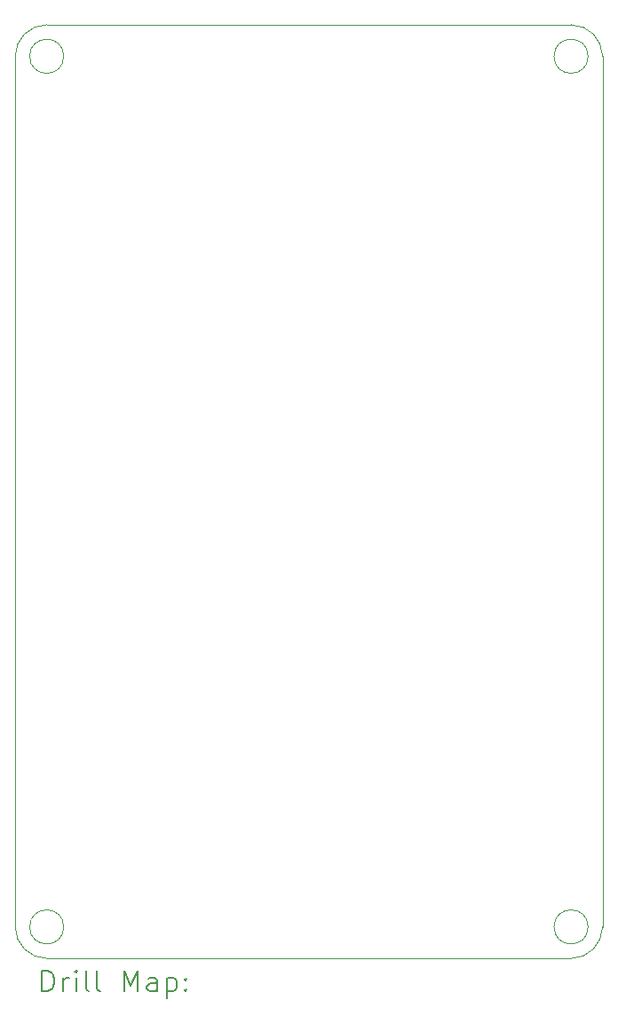
<source format=gbr>
%TF.GenerationSoftware,KiCad,Pcbnew,7.0.9*%
%TF.CreationDate,2023-12-17T20:03:05-08:00*%
%TF.ProjectId,schematic,73636865-6d61-4746-9963-2e6b69636164,rev?*%
%TF.SameCoordinates,Original*%
%TF.FileFunction,Drillmap*%
%TF.FilePolarity,Positive*%
%FSLAX45Y45*%
G04 Gerber Fmt 4.5, Leading zero omitted, Abs format (unit mm)*
G04 Created by KiCad (PCBNEW 7.0.9) date 2023-12-17 20:03:05*
%MOMM*%
%LPD*%
G01*
G04 APERTURE LIST*
%ADD10C,0.100000*%
%ADD11C,0.200000*%
G04 APERTURE END LIST*
D10*
X15462500Y-5100000D02*
G75*
G03*
X15462500Y-5100000I-162500J0D01*
G01*
X10000000Y-13400000D02*
G75*
G03*
X10300000Y-13700000I300000J0D01*
G01*
X15600000Y-5100000D02*
X15600000Y-13400000D01*
X10462500Y-5100000D02*
G75*
G03*
X10462500Y-5100000I-162500J0D01*
G01*
X15300000Y-13700000D02*
X10300000Y-13700000D01*
X10300000Y-4800000D02*
X15300000Y-4800000D01*
X15462500Y-13400000D02*
G75*
G03*
X15462500Y-13400000I-162500J0D01*
G01*
X10462500Y-13400000D02*
G75*
G03*
X10462500Y-13400000I-162500J0D01*
G01*
X15300000Y-13700000D02*
G75*
G03*
X15600000Y-13400000I0J300000D01*
G01*
X10300000Y-4800000D02*
G75*
G03*
X10000000Y-5100000I0J-300000D01*
G01*
X15600000Y-5100000D02*
G75*
G03*
X15300000Y-4800000I-300000J0D01*
G01*
X10000000Y-13400000D02*
X10000000Y-5100000D01*
D11*
X10255777Y-14016484D02*
X10255777Y-13816484D01*
X10255777Y-13816484D02*
X10303396Y-13816484D01*
X10303396Y-13816484D02*
X10331967Y-13826008D01*
X10331967Y-13826008D02*
X10351015Y-13845055D01*
X10351015Y-13845055D02*
X10360539Y-13864103D01*
X10360539Y-13864103D02*
X10370063Y-13902198D01*
X10370063Y-13902198D02*
X10370063Y-13930769D01*
X10370063Y-13930769D02*
X10360539Y-13968865D01*
X10360539Y-13968865D02*
X10351015Y-13987912D01*
X10351015Y-13987912D02*
X10331967Y-14006960D01*
X10331967Y-14006960D02*
X10303396Y-14016484D01*
X10303396Y-14016484D02*
X10255777Y-14016484D01*
X10455777Y-14016484D02*
X10455777Y-13883150D01*
X10455777Y-13921246D02*
X10465301Y-13902198D01*
X10465301Y-13902198D02*
X10474824Y-13892674D01*
X10474824Y-13892674D02*
X10493872Y-13883150D01*
X10493872Y-13883150D02*
X10512920Y-13883150D01*
X10579586Y-14016484D02*
X10579586Y-13883150D01*
X10579586Y-13816484D02*
X10570063Y-13826008D01*
X10570063Y-13826008D02*
X10579586Y-13835531D01*
X10579586Y-13835531D02*
X10589110Y-13826008D01*
X10589110Y-13826008D02*
X10579586Y-13816484D01*
X10579586Y-13816484D02*
X10579586Y-13835531D01*
X10703396Y-14016484D02*
X10684348Y-14006960D01*
X10684348Y-14006960D02*
X10674824Y-13987912D01*
X10674824Y-13987912D02*
X10674824Y-13816484D01*
X10808158Y-14016484D02*
X10789110Y-14006960D01*
X10789110Y-14006960D02*
X10779586Y-13987912D01*
X10779586Y-13987912D02*
X10779586Y-13816484D01*
X11036729Y-14016484D02*
X11036729Y-13816484D01*
X11036729Y-13816484D02*
X11103396Y-13959341D01*
X11103396Y-13959341D02*
X11170063Y-13816484D01*
X11170063Y-13816484D02*
X11170063Y-14016484D01*
X11351015Y-14016484D02*
X11351015Y-13911722D01*
X11351015Y-13911722D02*
X11341491Y-13892674D01*
X11341491Y-13892674D02*
X11322443Y-13883150D01*
X11322443Y-13883150D02*
X11284348Y-13883150D01*
X11284348Y-13883150D02*
X11265301Y-13892674D01*
X11351015Y-14006960D02*
X11331967Y-14016484D01*
X11331967Y-14016484D02*
X11284348Y-14016484D01*
X11284348Y-14016484D02*
X11265301Y-14006960D01*
X11265301Y-14006960D02*
X11255777Y-13987912D01*
X11255777Y-13987912D02*
X11255777Y-13968865D01*
X11255777Y-13968865D02*
X11265301Y-13949817D01*
X11265301Y-13949817D02*
X11284348Y-13940293D01*
X11284348Y-13940293D02*
X11331967Y-13940293D01*
X11331967Y-13940293D02*
X11351015Y-13930769D01*
X11446253Y-13883150D02*
X11446253Y-14083150D01*
X11446253Y-13892674D02*
X11465301Y-13883150D01*
X11465301Y-13883150D02*
X11503396Y-13883150D01*
X11503396Y-13883150D02*
X11522443Y-13892674D01*
X11522443Y-13892674D02*
X11531967Y-13902198D01*
X11531967Y-13902198D02*
X11541491Y-13921246D01*
X11541491Y-13921246D02*
X11541491Y-13978388D01*
X11541491Y-13978388D02*
X11531967Y-13997436D01*
X11531967Y-13997436D02*
X11522443Y-14006960D01*
X11522443Y-14006960D02*
X11503396Y-14016484D01*
X11503396Y-14016484D02*
X11465301Y-14016484D01*
X11465301Y-14016484D02*
X11446253Y-14006960D01*
X11627205Y-13997436D02*
X11636729Y-14006960D01*
X11636729Y-14006960D02*
X11627205Y-14016484D01*
X11627205Y-14016484D02*
X11617682Y-14006960D01*
X11617682Y-14006960D02*
X11627205Y-13997436D01*
X11627205Y-13997436D02*
X11627205Y-14016484D01*
X11627205Y-13892674D02*
X11636729Y-13902198D01*
X11636729Y-13902198D02*
X11627205Y-13911722D01*
X11627205Y-13911722D02*
X11617682Y-13902198D01*
X11617682Y-13902198D02*
X11627205Y-13892674D01*
X11627205Y-13892674D02*
X11627205Y-13911722D01*
M02*

</source>
